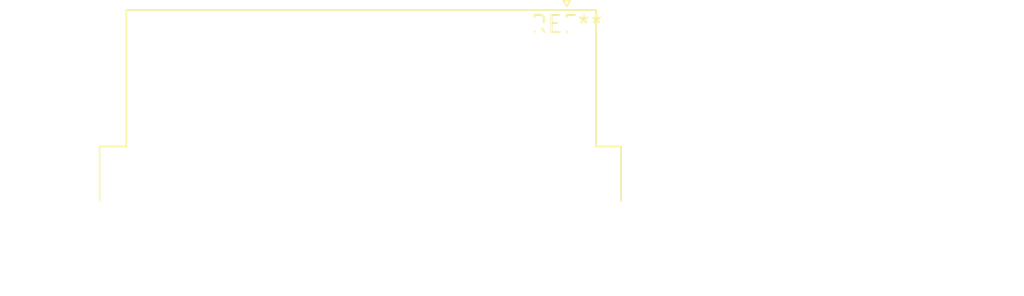
<source format=kicad_pcb>
(kicad_pcb (version 20240108) (generator pcbnew)
  (layers (0 "F.Cu" signal) (31 "B.Cu" signal) (34 "B.Paste" user) (35 "F.Paste" user) (36 "B.SilkS" user "B.Silkscreen") (37 "F.SilkS" user "F.Silkscreen") (38 "B.Mask" user) (39 "F.Mask" user) (44 "Edge.Cuts" user))
  (net 0 "")
  (footprint "DSUB-44-HD_Female_Horizontal_P2.29x1.98mm_EdgePinOffset9.40mm" (layer "F.Cu") (at 0 0)
    (property "Reference" "REF**")
    (property "Value" "DSUB-44-HD_Female_Horizontal_P2.29x1.98mm_EdgePinOffset9.40mm")
    (fp_line (start -35.135 9.2) (end -33.12 9.2) (layer "F.SilkS") (stroke (width 0.12)))
    (fp_line (start -35.135 13.3) (end -35.135 9.2) (layer "F.SilkS") (stroke (width 0.12)))
    (fp_line (start -33.12 -1.06) (end 2.205 -1.06) (layer "F.SilkS") (stroke (width 0.12)))
    (fp_line (start -33.12 9.2) (end -33.12 -1.06) (layer "F.SilkS") (stroke (width 0.12)))
    (fp_line (start -0.25 -1.754338) (end 0.25 -1.754338) (layer "F.SilkS") (stroke (width 0.12)))
    (fp_line (start 0 -1.321325) (end -0.25 -1.754338) (layer "F.SilkS") (stroke (width 0.12)))
    (fp_line (start 0.25 -1.754338) (end 0 -1.321325) (layer "F.SilkS") (stroke (width 0.12)))
    (fp_line (start 2.205 -1.06) (end 2.205 9.2) (layer "F.SilkS") (stroke (width 0.12)))
    (fp_line (start 2.205 9.2) (end 4.085 9.2) (layer "F.SilkS") (stroke (width 0.12)))
    (fp_line (start 4.085 9.2) (end 4.085 13.3) (layer "F.SilkS") (stroke (width 0.12)))
    (pad "1" thru_hole rect (at 0 0) (size 1.6 1.6) (drill 1) (layers *.Cu *.Mask) (remove_unused_layers))
    (pad "2" thru_hole circle (at -2.29 0) (size 1.6 1.6) (drill 1) (layers *.Cu *.Mask) (remove_unused_layers))
    (pad "3" thru_hole circle (at -4.58 0) (size 1.6 1.6) (drill 1) (layers *.Cu *.Mask) (remove_unused_layers))
    (pad "4" thru_hole circle (at -6.87 0) (size 1.6 1.6) (drill 1) (layers *.Cu *.Mask) (remove_unused_layers))
    (pad "5" thru_hole circle (at -9.16 0) (size 1.6 1.6) (drill 1) (layers *.Cu *.Mask) (remove_unused_layers))
    (pad "6" thru_hole circle (at -11.45 0) (size 1.6 1.6) (drill 1) (layers *.Cu *.Mask) (remove_unused_layers))
    (pad "7" thru_hole circle (at -13.74 0) (size 1.6 1.6) (drill 1) (layers *.Cu *.Mask) (remove_unused_layers))
    (pad "8" thru_hole circle (at -16.03 0) (size 1.6 1.6) (drill 1) (layers *.Cu *.Mask) (remove_unused_layers))
    (pad "9" thru_hole circle (at -18.32 0) (size 1.6 1.6) (drill 1) (layers *.Cu *.Mask) (remove_unused_layers))
    (pad "10" thru_hole circle (at -20.61 0) (size 1.6 1.6) (drill 1) (layers *.Cu *.Mask) (remove_unused_layers))
    (pad "11" thru_hole circle (at -22.9 0) (size 1.6 1.6) (drill 1) (layers *.Cu *.Mask) (remove_unused_layers))
    (pad "12" thru_hole circle (at -25.19 0) (size 1.6 1.6) (drill 1) (layers *.Cu *.Mask) (remove_unused_layers))
    (pad "13" thru_hole circle (at -27.48 0) (size 1.6 1.6) (drill 1) (layers *.Cu *.Mask) (remove_unused_layers))
    (pad "14" thru_hole circle (at -29.77 0) (size 1.6 1.6) (drill 1) (layers *.Cu *.Mask) (remove_unused_layers))
    (pad "15" thru_hole circle (at -32.06 0) (size 1.6 1.6) (drill 1) (layers *.Cu *.Mask) (remove_unused_layers))
    (pad "16" thru_hole circle (at 1.145 1.98) (size 1.6 1.6) (drill 1) (layers *.Cu *.Mask) (remove_unused_layers))
    (pad "17" thru_hole circle (at -1.145 1.98) (size 1.6 1.6) (drill 1) (layers *.Cu *.Mask) (remove_unused_layers))
    (pad "18" thru_hole circle (at -3.435 1.98) (size 1.6 1.6) (drill 1) (layers *.Cu *.Mask) (remove_unused_layers))
    (pad "19" thru_hole circle (at -5.725 1.98) (size 1.6 1.6) (drill 1) (layers *.Cu *.Mask) (remove_unused_layers))
    (pad "20" thru_hole circle (at -8.015 1.98) (size 1.6 1.6) (drill 1) (layers *.Cu *.Mask) (remove_unused_layers))
    (pad "21" thru_hole circle (at -10.305 1.98) (size 1.6 1.6) (drill 1) (layers *.Cu *.Mask) (remove_unused_layers))
    (pad "22" thru_hole circle (at -12.595 1.98) (size 1.6 1.6) (drill 1) (layers *.Cu *.Mask) (remove_unused_layers))
    (pad "23" thru_hole circle (at -14.885 1.98) (size 1.6 1.6) (drill 1) (layers *.Cu *.Mask) (remove_unused_layers))
    (pad "24" thru_hole circle (at -17.175 1.98) (size 1.6 1.6) (drill 1) (layers *.Cu *.Mask) (remove_unused_layers))
    (pad "25" thru_hole circle (at -19.465 1.98) (size 1.6 1.6) (drill 1) (layers *.Cu *.Mask) (remove_unused_layers))
    (pad "26" thru_hole circle (at -21.755 1.98) (size 1.6 1.6) (drill 1) (layers *.Cu *.Mask) (remove_unused_layers))
    (pad "27" thru_hole circle (at -24.045 1.98) (size 1.6 1.6) (drill 1) (layers *.Cu *.Mask) (remove_unused_layers))
    (pad "28" thru_hole circle (at -26.335 1.98) (size 1.6 1.6) (drill 1) (layers *.Cu *.Mask) (remove_unused_layers))
    (pad "29" thru_hole circle (at -28.625 1.98) (size 1.6 1.6) (drill 1) (layers *.Cu *.Mask) (remove_unused_layers))
    (pad "30" thru_hole circle (at -30.915 1.98) (size 1.6 1.6) (drill 1) (layers *.Cu *.Mask) (remove_unused_layers))
    (pad "31" thru_hole circle (at 0 3.96) (size 1.6 1.6) (drill 1) (layers *.Cu *.Mask) (remove_unused_layers))
    (pad "32" thru_hole circle (at -2.29 3.96) (size 1.6 1.6) (drill 1) (layers *.Cu *.Mask) (remove_unused_layers))
    (pad "33" thru_hole circle (at -4.58 3.96) (size 1.6 1.6) (drill 1) (layers *.Cu *.Mask) (remove_unused_layers))
    (pad "34" thru_hole circle (at -6.87 3.96) (size 1.6 1.6) (drill 1) (layers *.Cu *.Mask) (remove_unused_layers))
    (pad "35" thru_hole circle (at -9.16 3.96) (size 1.6 1.6) (drill 1) (layers *.Cu *.Mask) (remove_unused_layers))
    (pad "36" thru_hole circle (at -11.45 3.96) (size 1.6 1.6) (drill 1) (layers *.Cu *.Mask) (remove_unused_layers))
    (pad "37" thru_hole circle (at -13.74 3.96) (size 1.6 1.6) (drill 1) (layers *.Cu *.Mask) (remove_unused_layers))
    (pad "38" thru_hole circle (at -16.03 3.96) (size 1.6 1.6) (drill 1) (layers *.Cu *.Mask) (remove_unused_layers))
    (pad "39" thru_hole circle (at -18.32 3.96) (size 1.6 1.6) (drill 1) (layers *.Cu *.Mask) (remove_unused_layers))
    (pad "40" thru_hole circle (at -20.61 3.96) (size 1.6 1.6) (drill 1) (layers *.Cu *.Mask) (remove_unused_layers))
    (pad "41" thru_hole circle (at -22.9 3.96) (size 1.6 1.6) (drill 1) (layers *.Cu *.Mask) (remove_unused_layers))
    (pad "42" thru_hole circle (at -25.19 3.96) (size 1.6 1.6) (drill 1) (layers *.Cu *.Mask) (remove_unused_layers))
    (pad "43" thru_hole circle (at -27.48 3.96) (size 1.6 1.6) (drill 1) (layers *.Cu *.Mask) (remove_unused_layers))
    (pad "44" thru_hole circle (at -29.77 3.96) (size 1.6 1.6) (drill 1) (layers *.Cu *.Mask) (remove_unused_layers))
  )
)
</source>
